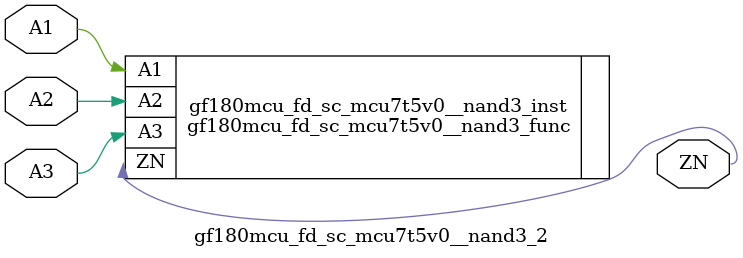
<source format=v>

`ifndef GF180MCU_FD_SC_MCU7T5V0__NAND3_2_V
`define GF180MCU_FD_SC_MCU7T5V0__NAND3_2_V

`include gf180mcu_fd_sc_mcu7t5v0__nand3.v

`ifdef USE_POWER_PINS
module gf180mcu_fd_sc_mcu7t5v0__nand3_2( ZN, A3, A2, A1, VDD, VSS );
inout VDD, VSS;
`else // If not USE_POWER_PINS
module gf180mcu_fd_sc_mcu7t5v0__nand3_2( ZN, A3, A2, A1 );
`endif // If not USE_POWER_PINS
input A1, A2, A3;
output ZN;

`ifdef USE_POWER_PINS
  gf180mcu_fd_sc_mcu7t5v0__nand3_func gf180mcu_fd_sc_mcu7t5v0__nand3_inst(.ZN(ZN),.A3(A3),.A2(A2),.A1(A1),.VDD(VDD),.VSS(VSS));
`else // If not USE_POWER_PINS
  gf180mcu_fd_sc_mcu7t5v0__nand3_func gf180mcu_fd_sc_mcu7t5v0__nand3_inst(.ZN(ZN),.A3(A3),.A2(A2),.A1(A1));
`endif // If not USE_POWER_PINS

`ifndef FUNCTIONAL
	// spec_gates_begin


	// spec_gates_end



   specify

	// specify_block_begin

	// comb arc A1 --> ZN
	 (A1 => ZN) = (1.0,1.0);

	// comb arc A2 --> ZN
	 (A2 => ZN) = (1.0,1.0);

	// comb arc A3 --> ZN
	 (A3 => ZN) = (1.0,1.0);

	// specify_block_end

   endspecify

   `endif

endmodule
`endif

</source>
